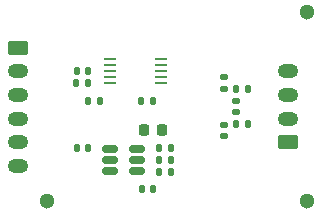
<source format=gbr>
%TF.GenerationSoftware,KiCad,Pcbnew,8.0.1*%
%TF.CreationDate,2024-04-17T01:28:12-04:00*%
%TF.ProjectId,ads1115_board,61647331-3131-4355-9f62-6f6172642e6b,rev?*%
%TF.SameCoordinates,Original*%
%TF.FileFunction,Soldermask,Top*%
%TF.FilePolarity,Negative*%
%FSLAX46Y46*%
G04 Gerber Fmt 4.6, Leading zero omitted, Abs format (unit mm)*
G04 Created by KiCad (PCBNEW 8.0.1) date 2024-04-17 01:28:12*
%MOMM*%
%LPD*%
G01*
G04 APERTURE LIST*
G04 Aperture macros list*
%AMRoundRect*
0 Rectangle with rounded corners*
0 $1 Rounding radius*
0 $2 $3 $4 $5 $6 $7 $8 $9 X,Y pos of 4 corners*
0 Add a 4 corners polygon primitive as box body*
4,1,4,$2,$3,$4,$5,$6,$7,$8,$9,$2,$3,0*
0 Add four circle primitives for the rounded corners*
1,1,$1+$1,$2,$3*
1,1,$1+$1,$4,$5*
1,1,$1+$1,$6,$7*
1,1,$1+$1,$8,$9*
0 Add four rect primitives between the rounded corners*
20,1,$1+$1,$2,$3,$4,$5,0*
20,1,$1+$1,$4,$5,$6,$7,0*
20,1,$1+$1,$6,$7,$8,$9,0*
20,1,$1+$1,$8,$9,$2,$3,0*%
G04 Aperture macros list end*
%ADD10C,1.300000*%
%ADD11RoundRect,0.225000X-0.225000X-0.250000X0.225000X-0.250000X0.225000X0.250000X-0.225000X0.250000X0*%
%ADD12RoundRect,0.135000X0.135000X0.185000X-0.135000X0.185000X-0.135000X-0.185000X0.135000X-0.185000X0*%
%ADD13RoundRect,0.140000X0.140000X0.170000X-0.140000X0.170000X-0.140000X-0.170000X0.140000X-0.170000X0*%
%ADD14RoundRect,0.140000X-0.140000X-0.170000X0.140000X-0.170000X0.140000X0.170000X-0.140000X0.170000X0*%
%ADD15RoundRect,0.140000X0.170000X-0.140000X0.170000X0.140000X-0.170000X0.140000X-0.170000X-0.140000X0*%
%ADD16RoundRect,0.135000X-0.135000X-0.185000X0.135000X-0.185000X0.135000X0.185000X-0.135000X0.185000X0*%
%ADD17RoundRect,0.250000X0.625000X-0.350000X0.625000X0.350000X-0.625000X0.350000X-0.625000X-0.350000X0*%
%ADD18O,1.750000X1.200000*%
%ADD19RoundRect,0.250000X-0.625000X0.350000X-0.625000X-0.350000X0.625000X-0.350000X0.625000X0.350000X0*%
%ADD20RoundRect,0.150000X-0.512500X-0.150000X0.512500X-0.150000X0.512500X0.150000X-0.512500X0.150000X0*%
%ADD21R,1.100000X0.250000*%
G04 APERTURE END LIST*
D10*
%TO.C,H3*%
X158000000Y-108000000D03*
%TD*%
%TO.C,H2*%
X158000000Y-92000000D03*
%TD*%
%TO.C,H1*%
X136000000Y-108000000D03*
%TD*%
D11*
%TO.C,C4*%
X144225000Y-102000000D03*
X145775000Y-102000000D03*
%TD*%
D12*
%TO.C,R4*%
X153010000Y-98500000D03*
X151990000Y-98500000D03*
%TD*%
%TO.C,R2*%
X146510000Y-105500000D03*
X145490000Y-105500000D03*
%TD*%
D13*
%TO.C,C3*%
X146480000Y-103500000D03*
X145520000Y-103500000D03*
%TD*%
D14*
%TO.C,C1*%
X138520000Y-97000000D03*
X139480000Y-97000000D03*
%TD*%
D12*
%TO.C,R5*%
X140510000Y-99500000D03*
X139490000Y-99500000D03*
%TD*%
%TO.C,R1*%
X146510000Y-104500000D03*
X145490000Y-104500000D03*
%TD*%
D15*
%TO.C,C5*%
X152000000Y-100480000D03*
X152000000Y-99520000D03*
%TD*%
D16*
%TO.C,R6*%
X138490000Y-98000000D03*
X139510000Y-98000000D03*
%TD*%
D15*
%TO.C,C7*%
X151000000Y-102480000D03*
X151000000Y-101520000D03*
%TD*%
D12*
%TO.C,R7*%
X143990000Y-99500000D03*
X145010000Y-99500000D03*
%TD*%
D15*
%TO.C,C6*%
X151000000Y-98480000D03*
X151000000Y-97520000D03*
%TD*%
D17*
%TO.C,J1*%
X156450000Y-103000000D03*
D18*
X156450000Y-101000000D03*
X156450000Y-99000000D03*
X156450000Y-97000000D03*
%TD*%
D14*
%TO.C,C2*%
X144980000Y-107000000D03*
X144020000Y-107000000D03*
%TD*%
D13*
%TO.C,C8*%
X139480000Y-103500000D03*
X138520000Y-103500000D03*
%TD*%
D19*
%TO.C,J2*%
X133550000Y-95000000D03*
D18*
X133550000Y-97000000D03*
X133550000Y-99000000D03*
X133550000Y-101000000D03*
X133550000Y-103000000D03*
X133550000Y-105000000D03*
%TD*%
D20*
%TO.C,U2*%
X141362500Y-103550000D03*
X141362500Y-104500000D03*
X141362500Y-105450000D03*
X143637500Y-105450000D03*
X143637500Y-104500000D03*
X143637500Y-103550000D03*
%TD*%
D21*
%TO.C,U1*%
X145650000Y-98000000D03*
X145650000Y-97500000D03*
X145650000Y-97000000D03*
X145650000Y-96500000D03*
X145650000Y-96000000D03*
X141350000Y-96000000D03*
X141350000Y-96500000D03*
X141350000Y-97000000D03*
X141350000Y-97500000D03*
X141350000Y-98000000D03*
%TD*%
D16*
%TO.C,R3*%
X151990000Y-101500000D03*
X153010000Y-101500000D03*
%TD*%
M02*

</source>
